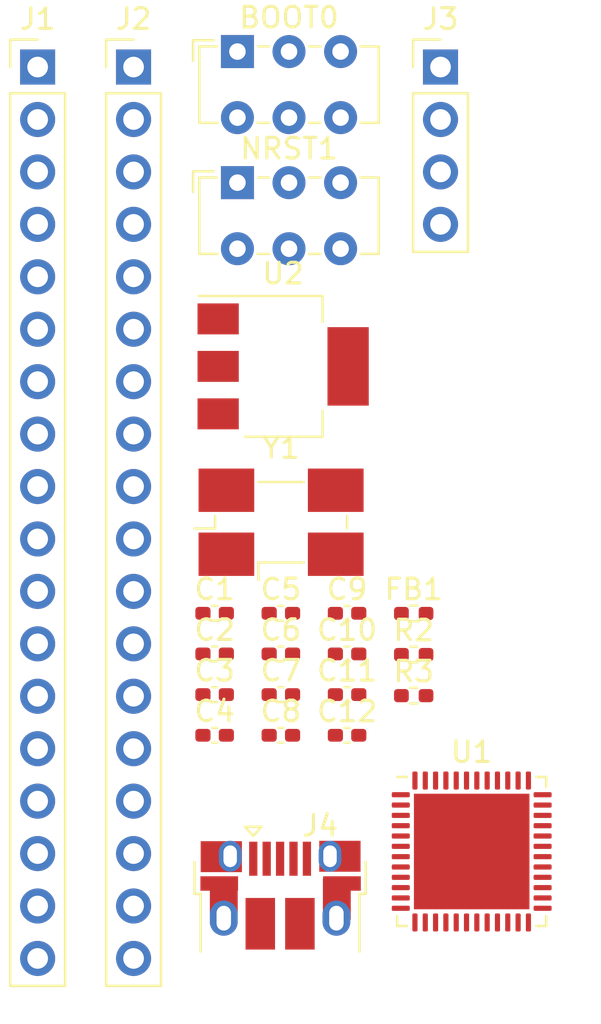
<source format=kicad_pcb>
(kicad_pcb (version 20221018) (generator pcbnew)
  (layers (0 "F.Cu" signal) (31 "B.Cu" power) (34 "B.Paste" user) (35 "F.Paste" user) (36 "B.SilkS" user "B.Silkscreen") (37 "F.SilkS" user "F.Silkscreen") (38 "B.Mask" user) (39 "F.Mask" user) (44 "Edge.Cuts" user))
  (net 0 "")
  (net 1 "+3.3V")
  (net 2 "Net-(BOOT0-B)")
  (net 3 "GND")
  (net 4 "+3.3VA")
  (net 5 "Net-(U1-PH1)")
  (net 6 "VBUS")
  (net 7 "/PB9")
  (net 8 "/PB8")
  (net 9 "/PB7")
  (net 10 "/PB6")
  (net 11 "/PB5")
  (net 12 "/PB4")
  (net 13 "/PB3")
  (net 14 "/PA15")
  (net 15 "/PA10")
  (net 16 "/PA9")
  (net 17 "/PA8")
  (net 18 "/PB15")
  (net 19 "/PB14")
  (net 20 "/PB13")
  (net 21 "/PB12")
  (net 22 "/NRST")
  (net 23 "/PB10")
  (net 24 "/PB2")
  (net 25 "/PB1")
  (net 26 "/PB0")
  (net 27 "/PA7")
  (net 28 "/PA6")
  (net 29 "/PA5")
  (net 30 "/PA4")
  (net 31 "/PA3")
  (net 32 "/PA2")
  (net 33 "/PA1")
  (net 34 "/PA0")
  (net 35 "/PC15")
  (net 36 "/PC14")
  (net 37 "/PC13")
  (net 38 "/SWDCLK")
  (net 39 "/SWDIO")
  (net 40 "Net-(NRST1-B)")
  (net 41 "/USB_D+")
  (net 42 "/USB_D-")
  (net 43 "/BOOT0")
  (net 45 "Net-(U1-PH0)")
  (footprint "Capacitor_SMD:C_0402_1005Metric_Pad0.74x0.62mm_HandSolder" (layer "F.Cu") (at 78.7875 97.027)
    (fp_text reference "C10" (at 0 -1.16) (layer "F.SilkS"))
    (fp_text value "10P")
    (fp_line (start -0.115835 -0.36) (end 0.115835 -0.36) (stroke (width 0.12)) (layer "F.SilkS"))
    (fp_line (start -0.115835 0.36) (end 0.115835 0.36) (stroke (width 0.12)) (layer "F.SilkS"))
    (pad "1" smd roundrect (at -0.5675 0) (size 0.735 0.62) (layers "F.Cu" "F.Paste" "F.Mask") (net 5 "Net-(U1-PH1)"))
    (pad "2" smd roundrect (at 0.5675 0) (size 0.735 0.62) (layers "F.Cu" "F.Paste" "F.Mask") (net 3 "GND"))
  )
  (footprint "Connector_PinHeader_2.54mm:PinHeader_1x04_P2.54mm_Vertical" (layer "F.Cu") (at 83.3175 68.597)
    (fp_text reference "J3" (at 0 -2.33) (layer "F.SilkS"))
    (fp_text value "Conn_01x04_Pin")
    (fp_line (start -1.33 -1.33) (end 0 -1.33) (stroke (width 0.12)) (layer "F.SilkS"))
    (fp_line (start -1.33 0) (end -1.33 -1.33) (stroke (width 0.12)) (layer "F.SilkS"))
    (fp_line (start -1.33 1.27) (end -1.33 8.95) (stroke (width 0.12)) (layer "F.SilkS"))
    (fp_line (start -1.33 1.27) (end 1.33 1.27) (stroke (width 0.12)) (layer "F.SilkS"))
    (fp_line (start -1.33 8.95) (end 1.33 8.95) (stroke (width 0.12)) (layer "F.SilkS"))
    (fp_line (start 1.33 1.27) (end 1.33 8.95) (stroke (width 0.12)) (layer "F.SilkS"))
    (pad "1" thru_hole rect (at 0 0) (size 1.7 1.7) (drill 1) (layers "*.Cu" "*.Mask") (net 1 "+3.3V"))
    (pad "2" thru_hole oval (at 0 2.54) (size 1.7 1.7) (drill 1) (layers "*.Cu" "*.Mask") (net 38 "/SWDCLK"))
    (pad "3" thru_hole oval (at 0 5.08) (size 1.7 1.7) (drill 1) (layers "*.Cu" "*.Mask") (net 39 "/SWDIO"))
    (pad "4" thru_hole oval (at 0 7.62) (size 1.7 1.7) (drill 1) (layers "*.Cu" "*.Mask") (net 3 "GND"))
  )
  (footprint "Capacitor_SMD:C_0402_1005Metric_Pad0.74x0.62mm_HandSolder" (layer "F.Cu") (at 72.3675 100.967)
    (fp_text reference "C4" (at 0 -1.16) (layer "F.SilkS"))
    (fp_text value "10n")
    (fp_line (start -0.115835 -0.36) (end 0.115835 -0.36) (stroke (width 0.12)) (layer "F.SilkS"))
    (fp_line (start -0.115835 0.36) (end 0.115835 0.36) (stroke (width 0.12)) (layer "F.SilkS"))
    (pad "1" smd roundrect (at -0.5675 0) (size 0.735 0.62) (layers "F.Cu" "F.Paste" "F.Mask") (net 1 "+3.3V"))
    (pad "2" smd roundrect (at 0.5675 0) (size 0.735 0.62) (layers "F.Cu" "F.Paste" "F.Mask") (net 3 "GND"))
  )
  (footprint "Button_Switch_THT:SW_E-Switch_EG1271_SPDT" (layer "F.Cu") (at 73.4725 74.197)
    (fp_text reference "NRST1" (at 2.5 -1.65) (layer "F.SilkS"))
    (fp_text value "SW")
    (fp_line (start -2.15 -0.55) (end -1.15 -0.55) (stroke (width 0.12)) (layer "F.SilkS"))
    (fp_line (start -2.15 0.45) (end -2.15 -0.55) (stroke (width 0.12)) (layer "F.SilkS"))
    (fp_line (start -1.85 -0.25) (end -1 -0.25) (stroke (width 0.12)) (layer "F.SilkS"))
    (fp_line (start -1.85 3.45) (end -1.85 -0.25) (stroke (width 0.12)) (layer "F.SilkS"))
    (fp_line (start -0.97 3.45) (end -1.85 3.45) (stroke (width 0.12)) (layer "F.SilkS"))
    (fp_line (start 1 -0.25) (end 1.53 -0.25) (stroke (width 0.12)) (layer "F.SilkS"))
    (fp_line (start 1.53 3.45) (end 0.97 3.45) (stroke (width 0.12)) (layer "F.SilkS"))
    (fp_line (start 3.47 -0.25) (end 4.03 -0.25) (stroke (width 0.12)) (layer "F.SilkS"))
    (fp_line (start 4.02 3.45) (end 3.47 3.45) (stroke (width 0.12)) (layer "F.SilkS"))
    (fp_line (start 5.97 -0.25) (end 6.85 -0.25) (stroke (width 0.12)) (layer "F.SilkS"))
    (fp_line (start 6.85 -0.25) (end 6.85 3.45) (stroke (width 0.12)) (layer "F.SilkS"))
    (fp_line (start 6.85 3.45) (end 5.98 3.45) (stroke (width 0.12)) (layer "F.SilkS"))
    (pad "1" thru_hole rect (at 0 0) (size 1.6 1.6) (drill 0.8) (layers "*.Cu" "*.Mask") (net 1 "+3.3V"))
    (pad "2" thru_hole circle (at 2.5 0) (size 1.6 1.6) (drill 0.8) (layers "*.Cu" "*.Mask") (net 40 "Net-(NRST1-B)"))
    (pad "3" thru_hole circle (at 5 0) (size 1.6 1.6) (drill 0.8) (layers "*.Cu" "*.Mask") (net 3 "GND"))
    (pad "4" thru_hole circle (at 0 3.2) (size 1.6 1.6) (drill 0.8) (layers "*.Cu" "*.Mask"))
    (pad "5" thru_hole circle (at 2.5 3.2) (size 1.6 1.6) (drill 0.8) (layers "*.Cu" "*.Mask"))
    (pad "6" thru_hole circle (at 5 3.2) (size 1.6 1.6) (drill 0.8) (layers "*.Cu" "*.Mask"))
  )
  (footprint "Connector_PinHeader_2.54mm:PinHeader_1x18_P2.54mm_Vertical" (layer "F.Cu") (at 63.7875 68.597)
    (fp_text reference "J1" (at 0 -2.33) (layer "F.SilkS"))
    (fp_text value "UP")
    (fp_line (start -1.33 -1.33) (end 0 -1.33) (stroke (width 0.12)) (layer "F.SilkS"))
    (fp_line (start -1.33 0) (end -1.33 -1.33) (stroke (width 0.12)) (layer "F.SilkS"))
    (fp_line (start -1.33 1.27) (end -1.33 44.51) (stroke (width 0.12)) (layer "F.SilkS"))
    (fp_line (start -1.33 1.27) (end 1.33 1.27) (stroke (width 0.12)) (layer "F.SilkS"))
    (fp_line (start -1.33 44.51) (end 1.33 44.51) (stroke (width 0.12)) (layer "F.SilkS"))
    (fp_line (start 1.33 1.27) (end 1.33 44.51) (stroke (width 0.12)) (layer "F.SilkS"))
    (pad "1" thru_hole rect (at 0 0) (size 1.7 1.7) (drill 1) (layers "*.Cu" "*.Mask") (net 7 "/PB9"))
    (pad "2" thru_hole oval (at 0 2.54) (size 1.7 1.7) (drill 1) (layers "*.Cu" "*.Mask") (net 8 "/PB8"))
    (pad "3" thru_hole oval (at 0 5.08) (size 1.7 1.7) (drill 1) (layers "*.Cu" "*.Mask") (net 9 "/PB7"))
    (pad "4" thru_hole oval (at 0 7.62) (size 1.7 1.7) (drill 1) (layers "*.Cu" "*.Mask") (net 10 "/PB6"))
    (pad "5" thru_hole oval (at 0 10.16) (size 1.7 1.7) (drill 1) (layers "*.Cu" "*.Mask") (net 11 "/PB5"))
    (pad "6" thru_hole oval (at 0 12.7) (size 1.7 1.7) (drill 1) (layers "*.Cu" "*.Mask") (net 12 "/PB4"))
    (pad "7" thru_hole oval (at 0 15.24) (size 1.7 1.7) (drill 1) (layers "*.Cu" "*.Mask") (net 13 "/PB3"))
    (pad "8" thru_hole oval (at 0 17.78) (size 1.7 1.7) (drill 1) (layers "*.Cu" "*.Mask") (net 14 "/PA15"))
    (pad "9" thru_hole oval (at 0 20.32) (size 1.7 1.7) (drill 1) (layers "*.Cu" "*.Mask") (net 15 "/PA10"))
    (pad "10" thru_hole oval (at 0 22.86) (size 1.7 1.7) (drill 1) (layers "*.Cu" "*.Mask") (net 16 "/PA9"))
    (pad "11" thru_hole oval (at 0 25.4) (size 1.7 1.7) (drill 1) (layers "*.Cu" "*.Mask") (net 17 "/PA8"))
    (pad "12" thru_hole oval (at 0 27.94) (size 1.7 1.7) (drill 1) (layers "*.Cu" "*.Mask") (net 18 "/PB15"))
    (pad "13" thru_hole oval (at 0 30.48) (size 1.7 1.7) (drill 1) (layers "*.Cu" "*.Mask") (net 19 "/PB14"))
    (pad "14" thru_hole oval (at 0 33.02) (size 1.7 1.7) (drill 1) (layers "*.Cu" "*.Mask") (net 20 "/PB13"))
    (pad "15" thru_hole oval (at 0 35.56) (size 1.7 1.7) (drill 1) (layers "*.Cu" "*.Mask") (net 21 "/PB12"))
    (pad "16" thru_hole oval (at 0 38.1) (size 1.7 1.7) (drill 1) (layers "*.Cu" "*.Mask") (net 1 "+3.3V"))
    (pad "17" thru_hole oval (at 0 40.64) (size 1.7 1.7) (drill 1) (layers "*.Cu" "*.Mask") (net 3 "GND"))
    (pad "18" thru_hole oval (at 0 43.18) (size 1.7 1.7) (drill 1) (layers "*.Cu" "*.Mask") (net 3 "GND"))
  )
  (footprint "Button_Switch_THT:SW_E-Switch_EG1271_SPDT" (layer "F.Cu") (at 73.4725 67.847)
    (fp_text reference "BOOT0" (at 2.5 -1.65) (layer "F.SilkS"))
    (fp_text value "SW")
    (fp_line (start -2.15 -0.55) (end -1.15 -0.55) (stroke (width 0.12)) (layer "F.SilkS"))
    (fp_line (start -2.15 0.45) (end -2.15 -0.55) (stroke (width 0.12)) (layer "F.SilkS"))
    (fp_line (start -1.85 -0.25) (end -1 -0.25) (stroke (width 0.12)) (layer "F.SilkS"))
    (fp_line (start -1.85 3.45) (end -1.85 -0.25) (stroke (width 0.12)) (layer "F.SilkS"))
    (fp_line (start -0.97 3.45) (end -1.85 3.45) (stroke (width 0.12)) (layer "F.SilkS"))
    (fp_line (start 1 -0.25) (end 1.53 -0.25) (stroke (width 0.12)) (layer "F.SilkS"))
    (fp_line (start 1.53 3.45) (end 0.97 3.45) (stroke (width 0.12)) (layer "F.SilkS"))
    (fp_line (start 3.47 -0.25) (end 4.03 -0.25) (stroke (width 0.12)) (layer "F.SilkS"))
    (fp_line (start 4.02 3.45) (end 3.47 3.45) (stroke (width 0.12)) (layer "F.SilkS"))
    (fp_line (start 5.97 -0.25) (end 6.85 -0.25) (stroke (width 0.12)) (layer "F.SilkS"))
    (fp_line (start 6.85 -0.25) (end 6.85 3.45) (stroke (width 0.12)) (layer "F.SilkS"))
    (fp_line (start 6.85 3.45) (end 5.98 3.45) (stroke (width 0.12)) (layer "F.SilkS"))
    (pad "1" thru_hole rect (at 0 0) (size 1.6 1.6) (drill 0.8) (layers "*.Cu" "*.Mask") (net 3 "GND"))
    (pad "2" thru_hole circle (at 2.5 0) (size 1.6 1.6) (drill 0.8) (layers "*.Cu" "*.Mask") (net 2 "Net-(BOOT0-B)"))
    (pad "3" thru_hole circle (at 5 0) (size 1.6 1.6) (drill 0.8) (layers "*.Cu" "*.Mask") (net 1 "+3.3V"))
    (pad "4" thru_hole circle (at 0 3.2) (size 1.6 1.6) (drill 0.8) (layers "*.Cu" "*.Mask"))
    (pad "5" thru_hole circle (at 2.5 3.2) (size 1.6 1.6) (drill 0.8) (layers "*.Cu" "*.Mask"))
    (pad "6" thru_hole circle (at 5 3.2) (size 1.6 1.6) (drill 0.8) (layers "*.Cu" "*.Mask"))
  )
  (footprint "Capacitor_SMD:C_0402_1005Metric_Pad0.74x0.62mm_HandSolder" (layer "F.Cu") (at 75.5775 95.057)
    (fp_text reference "C5" (at 0 -1.16) (layer "F.SilkS"))
    (fp_text value "10u")
    (fp_line (start -0.115835 -0.36) (end 0.115835 -0.36) (stroke (width 0.12)) (layer "F.SilkS"))
    (fp_line (start -0.115835 0.36) (end 0.115835 0.36) (stroke (width 0.12)) (layer "F.SilkS"))
    (pad "1" smd roundrect (at -0.5675 0) (size 0.735 0.62) (layers "F.Cu" "F.Paste" "F.Mask") (net 1 "+3.3V"))
    (pad "2" smd roundrect (at 0.5675 0) (size 0.735 0.62) (layers "F.Cu" "F.Paste" "F.Mask") (net 3 "GND"))
  )
  (footprint "Capacitor_SMD:C_0402_1005Metric_Pad0.74x0.62mm_HandSolder" (layer "F.Cu") (at 75.5775 100.967)
    (fp_text reference "C8" (at 0 -1.16) (layer "F.SilkS"))
    (fp_text value "1u")
    (fp_line (start -0.115835 -0.36) (end 0.115835 -0.36) (stroke (width 0.12)) (layer "F.SilkS"))
    (fp_line (start -0.115835 0.36) (end 0.115835 0.36) (stroke (width 0.12)) (layer "F.SilkS"))
    (pad "1" smd roundrect (at -0.5675 0) (size 0.735 0.62) (layers "F.Cu" "F.Paste" "F.Mask") (net 1 "+3.3V"))
    (pad "2" smd roundrect (at 0.5675 0) (size 0.735 0.62) (layers "F.Cu" "F.Paste" "F.Mask") (net 3 "GND"))
  )
  (footprint "Capacitor_SMD:C_0402_1005Metric_Pad0.74x0.62mm_HandSolder" (layer "F.Cu") (at 72.3675 95.057)
    (fp_text reference "C1" (at 0 -1.16) (layer "F.SilkS"))
    (fp_text value "10n")
    (fp_line (start -0.115835 -0.36) (end 0.115835 -0.36) (stroke (width 0.12)) (layer "F.SilkS"))
    (fp_line (start -0.115835 0.36) (end 0.115835 0.36) (stroke (width 0.12)) (layer "F.SilkS"))
    (pad "1" smd roundrect (at -0.5675 0) (size 0.735 0.62) (layers "F.Cu" "F.Paste" "F.Mask") (net 1 "+3.3V"))
    (pad "2" smd roundrect (at 0.5675 0) (size 0.735 0.62) (layers "F.Cu" "F.Paste" "F.Mask") (net 3 "GND"))
  )
  (footprint "Connector_PinHeader_2.54mm:PinHeader_1x18_P2.54mm_Vertical" (layer "F.Cu") (at 68.4375 68.597)
    (fp_text reference "J2" (at 0 -2.33) (layer "F.SilkS"))
    (fp_text value "DN")
    (fp_line (start -1.33 -1.33) (end 0 -1.33) (stroke (width 0.12)) (layer "F.SilkS"))
    (fp_line (start -1.33 0) (end -1.33 -1.33) (stroke (width 0.12)) (layer "F.SilkS"))
    (fp_line (start -1.33 1.27) (end -1.33 44.51) (stroke (width 0.12)) (layer "F.SilkS"))
    (fp_line (start -1.33 1.27) (end 1.33 1.27) (stroke (width 0.12)) (layer "F.SilkS"))
    (fp_line (start -1.33 44.51) (end 1.33 44.51) (stroke (width 0.12)) (layer "F.SilkS"))
    (fp_line (start 1.33 1.27) (end 1.33 44.51) (stroke (width 0.12)) (layer "F.SilkS"))
    (pad "1" thru_hole rect (at 0 0) (size 1.7 1.7) (drill 1) (layers "*.Cu" "*.Mask") (net 22 "/NRST"))
    (pad "2" thru_hole oval (at 0 2.54) (size 1.7 1.7) (drill 1) (layers "*.Cu" "*.Mask") (net 3 "GND"))
    (pad "3" thru_hole oval (at 0 5.08) (size 1.7 1.7) (drill 1) (layers "*.Cu" "*.Mask") (net 6 "VBUS"))
    (pad "4" thru_hole oval (at 0 7.62) (size 1.7 1.7) (drill 1) (layers "*.Cu" "*.Mask") (net 23 "/PB10"))
    (pad "5" thru_hole oval (at 0 10.16) (size 1.7 1.7) (drill 1) (layers "*.Cu" "*.Mask") (net 24 "/PB2"))
    (pad "6" thru_hole oval (at 0 12.7) (size 1.7 1.7) (drill 1) (layers "*.Cu" "*.Mask") (net 25 "/PB1"))
    (pad "7" thru_hole oval (at 0 15.24) (size 1.7 1.7) (drill 1) (layers "*.Cu" "*.Mask") (net 26 "/PB0"))
    (pad "8" thru_hole oval (at 0 17.78) (size 1.7 1.7) (drill 1) (layers "*.Cu" "*.Mask") (net 27 "/PA7"))
    (pad "9" thru_hole oval (at 0 20.32) (size 1.7 1.7) (drill 1) (layers "*.Cu" "*.Mask") (net 28 "/PA6"))
    (pad "10" thru_hole oval (at 0 22.86) (size 1.7 1.7) (drill 1) (layers "*.Cu" "*.Mask") (net 29 "/PA5"))
    (pad "11" thru_hole oval (at 0 25.4) (size 1.7 1.7) (drill 1) (layers "*.Cu" "*.Mask") (net 30 "/PA4"))
    (pad "12" thru_hole oval (at 0 27.94) (size 1.7 1.7) (drill 1) (layers "*.Cu" "*.Mask") (net 31 "/PA3"))
    (pad "13" thru_hole oval (at 0 30.48) (size 1.7 1.7) (drill 1) (layers "*.Cu" "*.Mask") (net 32 "/PA2"))
    (pad "14" thru_hole oval (at 0 33.02) (size 1.7 1.7) (drill 1) (layers "*.Cu" "*.Mask") (net 33 "/PA1"))
    (pad "15" thru_hole oval (at 0 35.56) (size 1.7 1.7) (drill 1) (layers "*.Cu" "*.Mask") (net 34 "/PA0"))
    (pad "16" thru_hole oval (at 0 38.1) (size 1.7 1.7) (drill 1) (layers "*.Cu" "*.Mask") (net 35 "/PC15"))
    (pad "17" thru_hole oval (at 0 40.64) (size 1.7 1.7) (drill 1) (layers "*.Cu" "*.Mask") (net 36 "/PC14"))
    (pad "18" thru_hole oval (at 0 43.18) (size 1.7 1.7) (drill 1) (layers "*.Cu" "*.Mask") (net 37 "/PC13"))
  )
  (footprint "Capacitor_SMD:C_0402_1005Metric_Pad0.74x0.62mm_HandSolder" (layer "F.Cu") (at 78.7875 95.057)
    (fp_text reference "C9" (at 0 -1.16) (layer "F.SilkS"))
    (fp_text value "10P")
    (fp_line (start -0.115835 -0.36) (end 0.115835 -0.36) (stroke (width 0.12)) (layer "F.SilkS"))
    (fp_line (start -0.115835 0.36) (end 0.115835 0.36) (stroke (width 0.12)) (layer "F.SilkS"))
    (pad "1" smd roundrect (at -0.5675 0) (size 0.735 0.62) (layers "F.Cu" "F.Paste" "F.Mask") (net 45 "Net-(U1-PH0)"))
    (pad "2" smd roundrect (at 0.5675 0) (size 0.735 0.62) (layers "F.Cu" "F.Paste" "F.Mask") (net 3 "GND"))
  )
  (footprint "Package_TO_SOT_SMD:SOT-223-3_TabPin2" (layer "F.Cu") (at 75.6875 83.097)
    (fp_text reference "U2" (at 0 -4.5) (layer "F.SilkS"))
    (fp_text value "AMS1117-3.3")
    (fp_line (start -4.1 -3.41) (end 1.91 -3.41) (stroke (width 0.12)) (layer "F.SilkS"))
    (fp_line (start -1.85 3.41) (end 1.91 3.41) (stroke (width 0.12)) (layer "F.SilkS"))
    (fp_line (start 1.91 -3.41) (end 1.91 -2.15) (stroke (width 0.12)) (layer "F.SilkS"))
    (fp_line (start 1.91 3.41) (end 1.91 2.15) (stroke (width 0.12)) (layer "F.SilkS"))
    (pad "1" smd rect (at -3.15 -2.3) (size 2 1.5) (layers "F.Cu" "F.Paste" "F.Mask") (net 3 "GND"))
    (pad "2" smd rect (at -3.15 0) (size 2 1.5) (layers "F.Cu" "F.Paste" "F.Mask") (net 1 "+3.3V"))
    (pad "2" smd rect (at 3.15 0) (size 2 3.8) (layers "F.Cu" "F.Paste" "F.Mask") (net 1 "+3.3V"))
    (pad "3" smd rect (at -3.15 2.3) (size 2 1.5) (layers "F.Cu" "F.Paste" "F.Mask") (net 6 "VBUS"))
  )
  (footprint "Capacitor_SMD:C_0402_1005Metric_Pad0.74x0.62mm_HandSolder" (layer "F.Cu") (at 72.3675 97.027)
    (fp_text reference "C2" (at 0 -1.16) (layer "F.SilkS"))
    (fp_text value "10n")
    (fp_line (start -0.115835 -0.36) (end 0.115835 -0.36) (stroke (width 0.12)) (layer "F.SilkS"))
    (fp_line (start -0.115835 0.36) (end 0.115835 0.36) (stroke (width 0.12)) (layer "F.SilkS"))
    (pad "1" smd roundrect (at -0.5675 0) (size 0.735 0.62) (layers "F.Cu" "F.Paste" "F.Mask") (net 1 "+3.3V"))
    (pad "2" smd roundrect (at 0.5675 0) (size 0.735 0.62) (layers "F.Cu" "F.Paste" "F.Mask") (net 3 "GND"))
  )
  (footprint "Capacitor_SMD:C_0402_1005Metric_Pad0.74x0.62mm_HandSolder" (layer "F.Cu") (at 78.7875 98.997)
    (fp_text reference "C11" (at 0 -1.16) (layer "F.SilkS"))
    (fp_text value "10u")
    (fp_line (start -0.115835 -0.36) (end 0.115835 -0.36) (stroke (width 0.12)) (layer "F.SilkS"))
    (fp_line (start -0.115835 0.36) (end 0.115835 0.36) (stroke (width 0.12)) (layer "F.SilkS"))
    (pad "1" smd roundrect (at -0.5675 0) (size 0.735 0.62) (layers "F.Cu" "F.Paste" "F.Mask") (net 6 "VBUS"))
    (pad "2" smd roundrect (at 0.5675 0) (size 0.735 0.62) (layers "F.Cu" "F.Paste" "F.Mask") (net 3 "GND"))
  )
  (footprint "Package_DFN_QFN:QFN-48-1EP_7x7mm_P0.5mm_EP5.6x5.6mm" (layer "F.Cu") (at 84.8275 106.597)
    (fp_text reference "U1" (at 0 -4.82) (layer "F.SilkS"))
    (fp_text value "STM32F411CCUx")
    (fp_line (start -3.61 3.61) (end -3.61 3.135) (stroke (width 0.12)) (layer "F.SilkS"))
    (fp_line (start -3.135 -3.61) (end -3.61 -3.61) (stroke (width 0.12)) (layer "F.SilkS"))
    (fp_line (start -3.135 3.61) (end -3.61 3.61) (stroke (width 0.12)) (layer "F.SilkS"))
    (fp_line (start 3.135 -3.61) (end 3.61 -3.61) (stroke (width 0.12)) (layer "F.SilkS"))
    (fp_line (start 3.135 3.61) (end 3.61 3.61) (stroke (width 0.12)) (layer "F.SilkS"))
    (fp_line (start 3.61 -3.61) (end 3.61 -3.135) (stroke (width 0.12)) (layer "F.SilkS"))
    (fp_line (start 3.61 3.61) (end 3.61 3.135) (stroke (width 0.12)) (layer "F.SilkS"))
    (pad "1" smd roundrect (at -3.4375 -2.75) (size 0.875 0.25) (layers "F.Cu" "F.Paste" "F.Mask") (net 1 "+3.3V"))
    (pad "2" smd roundrect (at -3.4375 -2.25) (size 0.875 0.25) (layers "F.Cu" "F.Paste" "F.Mask") (net 37 "/PC13"))
    (pad "3" smd roundrect (at -3.4375 -1.75) (size 0.875 0.25) (layers "F.Cu" "F.Paste" "F.Mask") (net 36 "/PC14"))
    (pad "4" smd roundrect (at -3.4375 -1.25) (size 0.875 0.25) (layers "F.Cu" "F.Paste" "F.Mask") (net 35 "/PC15"))
    (pad "5" smd roundrect (at -3.4375 -0.75) (size 0.875 0.25) (layers "F.Cu" "F.Paste" "F.Mask") (net 45 "Net-(U1-PH0)"))
    (pad "6" smd roundrect (at -3.4375 -0.25) (size 0.875 0.25) (layers "F.Cu" "F.Paste" "F.Mask") (net 5 "Net-(U1-PH1)"))
    (pad "7" smd roundrect (at -3.4375 0.25) (size 0.875 0.25) (layers "F.Cu" "F.Paste" "F.Mask") (net 22 "/NRST"))
    (pad "8" smd roundrect (at -3.4375 0.75) (size 0.875 0.25) (layers "F.Cu" "F.Paste" "F.Mask") (net 3 "GND"))
    (pad "9" smd roundrect (at -3.4375 1.25) (size 0.875 0.25) (layers "F.Cu" "F.Paste" "F.Mask") (net 4 "+3.3VA"))
    (pad "10" smd roundrect (at -3.4375 1.75) (size 0.875 0.25) (layers "F.Cu" "F.Paste" "F.Mask") (net 34 "/PA0"))
    (pad "11" smd roundrect (at -3.4375 2.25) (size 0.875 0.25) (layers "F.Cu" "F.Paste" "F.Mask") (net 33 "/PA1"))
    (pad "12" smd roundrect (at -3.4375 2.75) (size 0.875 0.25) (layers "F.Cu" "F.Paste" "F.Mask") (net 32 "/PA2"))
    (pad "13" smd roundrect (at -2.75 3.4375) (size 0.25 0.875) (layers "F.Cu" "F.Paste" "F.Mask") (net 31 "/PA3"))
    (pad "14" smd roundrect (at -2.25 3.4375) (size 0.25 0.875) (layers "F.Cu" "F.Paste" "F.Mask") (net 30 "/PA4"))
    (pad "15" smd roundrect (at -1.75 3.4375) (size 0.25 0.875) (layers "F.Cu" "F.Paste" "F.Mask") (net 29 "/PA5"))
    (pad "16" smd roundrect (at -1.25 3.4375) (size 0.25 0.875) (layers "F.Cu" "F.Paste" "F.Mask") (net 28 "/PA6"))
    (pad "17" smd roundrect (at -0.75 3.4375) (size 0.25 0.875) (layers "F.Cu" "F.Paste" "F.Mask") (net 27 "/PA7"))
    (pad "18" smd roundrect (at -0.25 3.4375) (size 0.25 0.875) (layers "F.Cu" "F.Paste" "F.Mask") (net 26 "/PB0"))
    (pad "19" smd roundrect (at 0.25 3.4375) (size 0.25 0.875) (layers "F.Cu" "F.Paste" "F.Mask") (net 25 "/PB1"))
    (pad "20" smd roundrect (at 0.75 3.4375) (size 0.25 0.875) (layers "F.Cu" "F.Paste" "F.Mask") (net 24 "/PB2"))
    (pad "21" smd roundrect (at 1.25 3.4375) (size 0.25 0.875) (layers "F.Cu" "F.Paste" "F.Mask") (net 23 "/PB10"))
    (pad "22" smd roundrect (at 1.75 3.4375) (size 0.25 0.875) (layers "F.Cu" "F.Paste" "F.Mask"))
    (pad "23" smd roundrect (at 2.25 3.4375) (size 0.25 0.875) (layers "F.Cu" "F.Paste" "F.Mask") (net 3 "GND"))
    (pad "24" smd roundrect (at 2.75 3.4375) (size 0.25 0.875) (layers "F.Cu" "F.Paste" "F.Mask") (net 1 "+3.3V"))
    (pad "25" smd roundrect (at 3.4375 2.75) (size 0.875 0.25) (layers "F.Cu" "F.Paste" "F.Mask") (net 21 "/PB12"))
    (pad "26" smd roundrect (at 3.4375 2.25) (size 0.875 0.25) (layers "F.Cu" "F.Paste" "F.Mask") (net 20 "/PB13"))
    (pad "27" smd roundrect (at 3.4375 1.75) (size 0.875 0.25) (layers "F.Cu" "F.Paste" "F.Mask") (net 19 "/PB14"))
    (pad "28" smd roundrect (at 3.4375 1.25) (size 0.875 0.25) (layers "F.Cu" "F.Paste" "F.Mask") (net 18 "/PB15"))
    (pad "29" smd roundrect (at 3.4375 0.75) (size 0.875 0.25) (layers "F.Cu" "F.Paste" "F.Mask") (net 17 "/PA8"))
    (pad "30" smd roundrect (at 3.4375 0.25) (size 0.875 0.25) (layers "F.Cu" "F.Paste" "F.Mask") (net 16 "/PA9"))
    (pad "31" smd roundrect (at 3.4375 -0.25) (size 0.875 0.25) (layers "F.Cu" "F.Paste" "F.Mask") (net 15 "/PA10"))
    (pad "32" smd roundrect (at 3.4375 -0.75) (size 0.875 0.25) (layers "F.Cu" "F.Paste" "F.Mask") (net 42 "/USB_D-"))
    (pad "33" smd roundrect (at 3.4375 -1.25) (size 0.875 0.25) (layers "F.Cu" "F.Paste" "F.Mask") (net 41 "/USB_D+"))
    (pad "34" smd roundrect (at 3.4375 -1.75) (size 0.875 0.25) (layers "F.Cu" "F.Paste" "F.Mask") (net 39 "/SWDIO"))
    (pad "35" smd roundrect (at 3.4375 -2.25) (size 0.875 0.25) (layers "F.Cu" "F.Paste" "F.Mask") (net 3 "GND"))
    (pad "36" smd roundrect (at 3.4375 -2.75) (size 0.875 0.25) (layers "F.Cu" "F.Paste" "F.Mask") (net 1 "+3.3V"))
    (pad "37" smd roundrect (at 2.75 -3.4375) (size 0.25 0.875) (layers "F.Cu" "F.Paste" "F.Mask") (net 38 "/SWDCLK"))
    (pad "38" smd roundrect (at 2.25 -3.4375) (size 0.25 0.875) (layers "F.Cu" "F.Paste" "F.Mask") (net 14 "/PA15"))
    (pad "39" smd roundrect (at 1.75 -3.4375) (size 0.25 0.875) (layers "F.Cu" "F.Paste" "F.Mask") (net 13 "/PB3"))
    (pad "40" smd roundrect (at 1.25 -3.4375) (size 0.25 0.875) (layers "F.Cu" "F.Paste" "F.Mask") (net 12 "/PB4"))
    (pad "41" smd roundrect (at 0.75 -3.4375) (size 0.25 0.875) (layers "F.Cu" "F.Paste" "F.Mask") (net 11 "/PB5"))
    (pad "42" smd roundrect (at 0.25 -3.4375) (size 0.25 0.875) (layers "F.Cu" "F.Paste" "F.Mask") (net 10 "/PB6"))
    (pad "43" smd roundrect (at -0.25 -3.4375) (size 0.25 0.875) (layers "F.Cu" "F.Paste" "F.Mask") (net 9 "/PB7"))
    (pad "44" smd roundrect (at -0.75 -3.4375) (size 0.25 0.875) (layers "F.Cu" "F.Paste" "F.Mask") (net 43 "/BOOT0"))
    (pad "45" smd roundrect (at -1.25 -3.4375) (size 0.25 0.875) (layers "F.Cu" "F.Paste" "F.Mask") (net 8 "/PB8"))
    (pad "46" smd roundrect (at -1.75 -3.4375) (size 0.25 0.875) (layers "F.Cu" "F.Paste" "F.Mask") (net 7 "/PB9"))
    (pad "47" smd roundrect (at -2.25 -3.4375) (size 0.25 0.875) (layers "F.Cu" "F.Paste" "F.Mask") (net 3 "GND"))
    (pad "48" smd roundrect (at -2.75 -3.4375) (size 0.25 0.875) (layers "F.Cu" "F.Paste" "F.Mask") (net 1 "+3.3V"))
    (pad "49" smd rect (at 0 0) (size 5.6 5.6) (layers "F.Cu" "F.Mask") (net 3 "GND"))
  )
  (footprint "Connector_USB:USB_Micro-B_Amphenol_10103594-0001LF_Horizontal" (layer "F.Cu") (at 75.565 108.712)
    (fp_text reference "J4" (at 1.925 -3.365) (layer "F.SilkS"))
    (fp_text value "USB_B_Micro")
    (fp_line (start -4.175 -0.065) (end -4.175 -1.615) (stroke (width 0.12)) (layer "F.SilkS"))
    (fp_line (start -4.175 -0.065) (end -3.875 -0.065) (stroke (width 0.12)) (layer "F.SilkS"))
    (fp_line (start -3.875 2.735) (end -3.875 -0.065) (stroke (width 0.12)) (layer "F.SilkS"))
    (fp_line (start -1.725 -3.315) (end -0.925 -3.315) (stroke (width 0.12)) (layer "F.SilkS"))
    (fp_line (start -1.325 -2.865) (end -1.725 -3.315) (stroke (width 0.12)) (layer "F.SilkS"))
    (fp_line (start -0.925 -3.315) (end -1.325 -2.865) (stroke (width 0.12)) (layer "F.SilkS"))
    (fp_line (start 3.825 -0.065) (end 4.125 -0.065) (stroke (width 0.12)) (layer "F.SilkS"))
    (fp_line (start 3.825 2.735) (end 3.825 -0.065) (stroke (width 0.12)) (layer "F.SilkS"))
    (fp_line (start 4.125 -0.065) (end 4.125 -1.615) (stroke (width 0.12)) (layer "F.SilkS"))
    (pad "1" smd rect (at -1.325 -1.765 90) (size 1.65 0.4) (layers "F.Cu" "F.Paste" "F.Mask") (net 6 "VBUS"))
    (pad "2" smd rect (at -0.675 -1.765 90) (size 1.65 0.4) (layers "F.Cu" "F.Paste" "F.Mask") (net 42 "/USB_D-"))
    (pad "3" smd rect (at -0.025 -1.765 90) (size 1.65 0.4) (layers "F.Cu" "F.Paste" "F.Mask") (net 41 "/USB_D+"))
    (pad "4" smd rect (at 0.625 -1.765 90) (size 1.65 0.4) (layers "F.Cu" "F.Paste" "F.Mask"))
    (pad "5" smd rect (at 1.275 -1.765 90) (size 1.65 0.4) (layers "F.Cu" "F.Paste" "F.Mask") (net 3 "GND"))
    (pad "6" smd rect (at -2.975 -0.565) (size 1.825 0.7) (layers "F.Cu" "F.Paste" "F.Mask"))
    (pad "6" smd rect (at -2.875 -1.865) (size 2 1.5) (layers "F.Cu" "F.Paste" "F.Mask"))
    (pad "6" smd rect (at -2.755 0.185) (size 1.35 2) (layers "F.Cu" "F.Paste" "F.Mask"))
    (pad "6" thru_hole oval (at -2.755 1.115 90) (size 1.7 1.35) (drill oval 1.2 0.7) (layers "*.Cu" "*.Mask"))
    (pad "6" thru_hole oval (at -2.445 -1.885 90) (size 1.5 1.1) (drill oval 1.05 0.65) (layers "*.Cu" "*.Mask"))
    (pad "6" smd rect (at -0.985 1.385 90) (size 2.5 1.43) (layers "F.Cu" "F.Paste" "F.Mask"))
    (pad "6" smd rect (at 0.935 1.385 90) (size 2.5 1.43) (layers "F.Cu" "F.Paste" "F.Mask"))
    (pad "6" thru_hole oval (at 2.395 -1.885 90) (size 1.5 1.1) (drill oval 1.05 0.65) (layers "*.Cu" "*.Mask"))
    (pad "6" thru_hole oval (at 2.705 1.115 90) (size 1.7 1.35) (drill oval 1.2 0.7) (layers "*.Cu" "*.Mask"))
    (pad "6" smd rect (at 2.725 0.185) (size 1.35 2) (layers "F.Cu" "F.Paste" "F.Mask"))
    (pad "6" smd rect (at 2.875 -1.885) (size 2 1.5) (layers "F.Cu" "F.Paste" "F.Mask"))
    (pad "6" smd rect (at 2.975 -0.565) (size 1.825 0.7) (layers "F.Cu" "F.Paste" "F.Mask"))
  )
  (footprint "Crystal:Crystal_SMD_0603-4Pin_6.0x3.5mm_HandSoldering" (layer "F.Cu") (at 75.5875 90.647)
    (fp_text reference "Y1" (at 0 -3.6) (layer "F.SilkS"))
    (fp_text value "Crystal")
    (fp_line (start -4.2 0.3) (end -3.2 0.3) (stroke (width 0.12)) (layer "F.SilkS"))
    (fp_line (start -3.2 0.3) (end -3.2 -0.3) (stroke (width 0.12)) (layer "F.SilkS"))
    (fp_line (start -1.1 -1.95) (end 1.1 -1.95) (stroke (width 0.12)) (layer "F.SilkS"))
    (fp_line (start -1.1 1.95) (end -1.1 2.8) (stroke (width 0.12)) (layer "F.SilkS"))
    (fp_line (start 1.1 1.95) (end -1.1 1.95) (stroke (width 0.12)) (layer "F.SilkS"))
    (fp_line (start 3.2 -0.3) (end 3.2 0.3) (stroke (width 0.12)) (layer "F.SilkS"))
    (pad "1" smd rect (at -2.65 1.55) (size 2.7 2.1) (layers "F.Cu" "F.Paste" "F.Mask") (net 5 "Net-(U1-PH1)"))
    (pad "2" smd rect (at 2.65 1.55) (size 2.7 2.1) (layers "F.Cu" "F.Paste" "F.Mask") (net 3 "GND"))
    (pad "3" smd rect (at 2.65 -1.55) (size 2.7 2.1) (layers "F.Cu" "F.Paste" "F.Mask") (net 45 "Net-(U1-PH0)"))
    (pad "4" smd rect (at -2.65 -1.55) (size 2.7 2.1) (layers "F.Cu" "F.Paste" "F.Mask") (net 3 "GND"))
  )
  (footprint "Capacitor_SMD:C_0402_1005Metric_Pad0.74x0.62mm_HandSolder" (layer "F.Cu") (at 78.7875 100.967)
    (fp_text reference "C12" (at 0 -1.16) (layer "F.SilkS"))
    (fp_text value "10u")
    (fp_line (start -0.115835 -0.36) (end 0.115835 -0.36) (stroke (width 0.12)) (layer "F.SilkS"))
    (fp_line (start -0.115835 0.36) (end 0.115835 0.36) (stroke (width 0.12)) (layer "F.SilkS"))
    (pad "1" smd roundrect (at -0.5675 0) (size 0.735 0.62) (layers "F.Cu" "F.Paste" "F.Mask") (net 1 "+3.3V"))
    (pad "2" smd roundrect (at 0.5675 0) (size 0.735 0.62) (layers "F.Cu" "F.Paste" "F.Mask") (net 3 "GND"))
  )
  (footprint "Capacitor_SMD:C_0402_1005Metric_Pad0.74x0.62mm_HandSolder" (layer "F.Cu") (at 72.3675 98.997)
    (fp_text reference "C3" (at 0 -1.16) (layer "F.SilkS"))
    (fp_text value "10n")
    (fp_line (start -0.115835 -0.36) (end 0.115835 -0.36) (stroke (width 0.12)) (layer "F.SilkS"))
    (fp_line (start -0.115835 0.36) (end 0.115835 0.36) (stroke (width 0.12)) (layer "F.SilkS"))
    (pad "1" smd roundrect (at -0.5675 0) (size 0.735 0.62) (layers "F.Cu" "F.Paste" "F.Mask") (net 1 "+3.3V"))
    (pad "2" smd roundrect (at 0.5675 0) (size 0.735 0.62) (layers "F.Cu" "F.Paste" "F.Mask") (net 3 "GND"))
  )
  (footprint "Capacitor_SMD:C_0402_1005Metric_Pad0.74x0.62mm_HandSolder" (layer "F.Cu") (at 75.5775 98.997)
    (fp_text reference "C7" (at 0 -1.16) (layer "F.SilkS"))
    (fp_text value "1u")
    (fp_line (start -0.115835 -0.36) (end 0.115835 -0.36) (stroke (width 0.12)) (layer "F.SilkS"))
    (fp_line (start -0.115835 0.36) (end 0.115835 0.36) (stroke (width 0.12)) (layer "F.SilkS"))
    (pad "1" smd roundrect (at -0.5675 0) (size 0.735 0.62) (layers "F.Cu" "F.Paste" "F.Mask") (net 4 "+3.3VA"))
    (pad "2" smd roundrect (at 0.5675 0) (size 0.735 0.62) (layers "F.Cu" "F.Paste" "F.Mask") (net 3 "GND"))
  )
  (footprint "Capacitor_SMD:C_0402_1005Metric_Pad0.74x0.62mm_HandSolder" (layer "F.Cu") (at 75.5775 97.027)
    (fp_text reference "C6" (at 0 -1.16) (layer "F.SilkS"))
    (fp_text value "10u")
    (fp_line (start -0.115835 -0.36) (end 0.115835 -0.36) (stroke (width 0.12)) (layer "F.SilkS"))
    (fp_line (start -0.115835 0.36) (end 0.115835 0.36) (stroke (width 0.12)) (layer "F.SilkS"))
    (pad "1" smd roundrect (at -0.5675 0) (size 0.735 0.62) (layers "F.Cu" "F.Paste" "F.Mask") (net 4 "+3.3VA"))
    (pad "2" smd roundrect (at 0.5675 0) (size 0.735 0.62) (layers "F.Cu" "F.Paste" "F.Mask") (net 3 "GND"))
  )
  (footprint "Resistor_SMD:R_0402_1005Metric_Pad0.72x0.64mm_HandSolder" (layer "F.Cu") (at 82.0175 95.067)
    (fp_text reference "FB1" (at 0 -1.17) (layer "F.SilkS"))
    (fp_text value "120R")
    (fp_line (start -0.167621 -0.38) (end 0.167621 -0.38) (stroke (width 0.12)) (layer "F.SilkS"))
    (fp_line (start -0.167621 0.38) (end 0.167621 0.38) (stroke (width 0.12)) (layer "F.SilkS"))
    (pad "1" smd roundrect (at -0.5975 0) (size 0.715 0.64) (layers "F.Cu" "F.Paste" "F.Mask") (net 4 "+3.3VA"))
    (pad "2" smd roundrect (at 0.5975 0) (size 0.715 0.64) (layers "F.Cu" "F.Paste" "F.Mask") (net 1 "+3.3V"))
  )
  (footprint "Resistor_SMD:R_0402_1005Metric_Pad0.72x0.64mm_HandSolder" (layer "F.Cu") (at 82.0175 99.047)
    (fp_text reference "R3" (at 0 -1.17) (layer "F.SilkS"))
    (fp_text value "10K")
    (fp_line (start -0.167621 -0.38) (end 0.167621 -0.38) (stroke (width 0.12)) (layer "F.SilkS"))
    (fp_line (start -0.167621 0.38) (end 0.167621 0.38) (stroke (width 0.12)) (layer "F.SilkS"))
    (pad "1" smd roundrect (at -0.5975 0) (size 0.715 0.64) (layers "F.Cu" "F.Paste" "F.Mask") (net 40 "Net-(NRST1-B)"))
    (pad "2" smd roundrect (at 0.5975 0) (size 0.715 0.64) (layers "F.Cu" "F.Paste" "F.Mask") (net 22 "/NRST"))
  )
  (footprint "Resistor_SMD:R_0402_1005Metric_Pad0.72x0.64mm_HandSolder" (layer "F.Cu") (at 82.0175 97.057)
    (fp_text reference "R2" (at 0 -1.17) (layer "F.SilkS"))
    (fp_text value "10K")
    (fp_line (start -0.167621 -0.38) (end 0.167621 -0.38) (stroke (width 0.12)) (layer "F.SilkS"))
    (fp_line (start -0.167621 0.38) (end 0.167621 0.38) (stroke (width 0.12)) (layer "F.SilkS"))
    (pad "1" smd roundrect (at -0.5975 0) (size 0.715 0.64) (layers "F.Cu" "F.Paste" "F.Mask") (net 2 "Net-(BOOT0-B)"))
    (pad "2" smd roundrect (at 0.5975 0) (size 0.715 0.64) (layers "F.Cu" "F.Paste" "F.Mask") (net 43 "/BOOT0"))
  )
)
</source>
